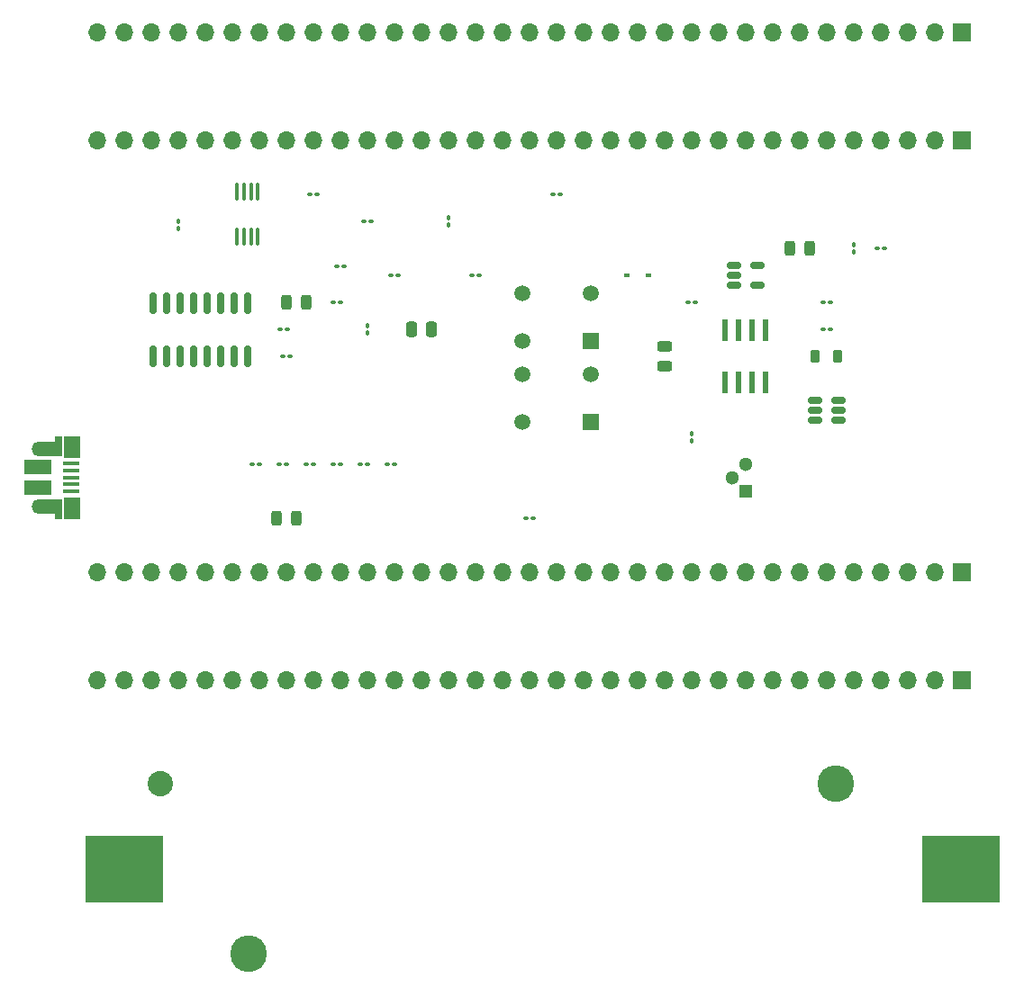
<source format=gbr>
%TF.GenerationSoftware,KiCad,Pcbnew,(6.0.2)*%
%TF.CreationDate,2022-04-13T17:52:14+02:00*%
%TF.ProjectId,main,6d61696e-2e6b-4696-9361-645f70636258,rev?*%
%TF.SameCoordinates,Original*%
%TF.FileFunction,Soldermask,Top*%
%TF.FilePolarity,Negative*%
%FSLAX46Y46*%
G04 Gerber Fmt 4.6, Leading zero omitted, Abs format (unit mm)*
G04 Created by KiCad (PCBNEW (6.0.2)) date 2022-04-13 17:52:14*
%MOMM*%
%LPD*%
G01*
G04 APERTURE LIST*
G04 Aperture macros list*
%AMRoundRect*
0 Rectangle with rounded corners*
0 $1 Rounding radius*
0 $2 $3 $4 $5 $6 $7 $8 $9 X,Y pos of 4 corners*
0 Add a 4 corners polygon primitive as box body*
4,1,4,$2,$3,$4,$5,$6,$7,$8,$9,$2,$3,0*
0 Add four circle primitives for the rounded corners*
1,1,$1+$1,$2,$3*
1,1,$1+$1,$4,$5*
1,1,$1+$1,$6,$7*
1,1,$1+$1,$8,$9*
0 Add four rect primitives between the rounded corners*
20,1,$1+$1,$2,$3,$4,$5,0*
20,1,$1+$1,$4,$5,$6,$7,0*
20,1,$1+$1,$6,$7,$8,$9,0*
20,1,$1+$1,$8,$9,$2,$3,0*%
G04 Aperture macros list end*
%ADD10RoundRect,0.150000X0.150000X-0.850000X0.150000X0.850000X-0.150000X0.850000X-0.150000X-0.850000X0*%
%ADD11RoundRect,0.100000X0.130000X0.100000X-0.130000X0.100000X-0.130000X-0.100000X0.130000X-0.100000X0*%
%ADD12RoundRect,0.100000X0.100000X-0.712500X0.100000X0.712500X-0.100000X0.712500X-0.100000X-0.712500X0*%
%ADD13C,3.450000*%
%ADD14C,2.390000*%
%ADD15R,7.340000X6.350000*%
%ADD16RoundRect,0.100000X-0.100000X0.130000X-0.100000X-0.130000X0.100000X-0.130000X0.100000X0.130000X0*%
%ADD17RoundRect,0.100000X-0.130000X-0.100000X0.130000X-0.100000X0.130000X0.100000X-0.130000X0.100000X0*%
%ADD18RoundRect,0.100000X0.100000X-0.130000X0.100000X0.130000X-0.100000X0.130000X-0.100000X-0.130000X0*%
%ADD19RoundRect,0.243750X0.456250X-0.243750X0.456250X0.243750X-0.456250X0.243750X-0.456250X-0.243750X0*%
%ADD20R,1.700000X1.700000*%
%ADD21O,1.700000X1.700000*%
%ADD22RoundRect,0.243750X-0.243750X-0.456250X0.243750X-0.456250X0.243750X0.456250X-0.243750X0.456250X0*%
%ADD23RoundRect,0.039900X-0.245100X0.945100X-0.245100X-0.945100X0.245100X-0.945100X0.245100X0.945100X0*%
%ADD24R,1.498000X1.498000*%
%ADD25C,1.498000*%
%ADD26R,1.650000X0.400000*%
%ADD27O,1.700000X1.350000*%
%ADD28O,1.500000X1.100000*%
%ADD29R,2.000000X1.350000*%
%ADD30R,0.700000X1.825000*%
%ADD31R,2.500000X1.430000*%
%ADD32R,1.500000X2.000000*%
%ADD33RoundRect,0.250000X-0.250000X-0.475000X0.250000X-0.475000X0.250000X0.475000X-0.250000X0.475000X0*%
%ADD34RoundRect,0.150000X-0.512500X-0.150000X0.512500X-0.150000X0.512500X0.150000X-0.512500X0.150000X0*%
%ADD35R,0.600000X0.450000*%
%ADD36RoundRect,0.218750X0.218750X0.381250X-0.218750X0.381250X-0.218750X-0.381250X0.218750X-0.381250X0*%
%ADD37R,1.300000X1.300000*%
%ADD38C,1.300000*%
G04 APERTURE END LIST*
D10*
%TO.C,FTDI1*%
X124595000Y-81300000D03*
X125865000Y-81300000D03*
X127135000Y-81300000D03*
X128405000Y-81300000D03*
X129675000Y-81300000D03*
X130945000Y-81300000D03*
X132215000Y-81300000D03*
X133485000Y-81300000D03*
X133485000Y-76300000D03*
X132215000Y-76300000D03*
X130945000Y-76300000D03*
X129675000Y-76300000D03*
X128405000Y-76300000D03*
X127135000Y-76300000D03*
X125865000Y-76300000D03*
X124595000Y-76300000D03*
%TD*%
D11*
%TO.C,LDR1*%
X160340000Y-96520000D03*
X159700000Y-96520000D03*
%TD*%
D12*
%TO.C,TempSensor1*%
X132525000Y-70002500D03*
X133175000Y-70002500D03*
X133825000Y-70002500D03*
X134475000Y-70002500D03*
X134475000Y-65777500D03*
X133825000Y-65777500D03*
X133175000Y-65777500D03*
X132525000Y-65777500D03*
%TD*%
D13*
%TO.C,BT1*%
X133650000Y-137540000D03*
D14*
X125320000Y-121540000D03*
D13*
X188850000Y-121540000D03*
D15*
X121920000Y-129540000D03*
X200580000Y-129540000D03*
%TD*%
D16*
%TO.C,R5*%
X190500000Y-70800000D03*
X190500000Y-71440000D03*
%TD*%
D17*
%TO.C,R17*%
X136610000Y-78740000D03*
X137250000Y-78740000D03*
%TD*%
D18*
%TO.C,R7*%
X152400000Y-68900000D03*
X152400000Y-68260000D03*
%TD*%
D17*
%TO.C,R1*%
X187640000Y-76200000D03*
X188280000Y-76200000D03*
%TD*%
D19*
%TO.C,D1*%
X172720000Y-82217500D03*
X172720000Y-80342500D03*
%TD*%
D17*
%TO.C,R14*%
X146655000Y-91440000D03*
X147295000Y-91440000D03*
%TD*%
D18*
%TO.C,R4*%
X175260000Y-89220000D03*
X175260000Y-88580000D03*
%TD*%
D20*
%TO.C,J2*%
X200660000Y-60960000D03*
D21*
X198120000Y-60960000D03*
X195580000Y-60960000D03*
X193040000Y-60960000D03*
X190500000Y-60960000D03*
X187960000Y-60960000D03*
X185420000Y-60960000D03*
X182880000Y-60960000D03*
X180340000Y-60960000D03*
X177800000Y-60960000D03*
X175260000Y-60960000D03*
X172720000Y-60960000D03*
X170180000Y-60960000D03*
X167640000Y-60960000D03*
X165100000Y-60960000D03*
X162560000Y-60960000D03*
X160020000Y-60960000D03*
X157480000Y-60960000D03*
X154940000Y-60960000D03*
X152400000Y-60960000D03*
X149860000Y-60960000D03*
X147320000Y-60960000D03*
X144780000Y-60960000D03*
X142240000Y-60960000D03*
X139700000Y-60960000D03*
X137160000Y-60960000D03*
X134620000Y-60960000D03*
X132080000Y-60960000D03*
X129540000Y-60960000D03*
X127000000Y-60960000D03*
X124460000Y-60960000D03*
X121920000Y-60960000D03*
X119380000Y-60960000D03*
%TD*%
D17*
%TO.C,R19*%
X133955000Y-91440000D03*
X134595000Y-91440000D03*
%TD*%
D22*
%TO.C,D4*%
X136222500Y-96520000D03*
X138097500Y-96520000D03*
%TD*%
D17*
%TO.C,R6*%
X154620000Y-73660000D03*
X155260000Y-73660000D03*
%TD*%
D18*
%TO.C,C3*%
X144780000Y-79060000D03*
X144780000Y-78420000D03*
%TD*%
D11*
%TO.C,R3*%
X175580000Y-76200000D03*
X174940000Y-76200000D03*
%TD*%
D17*
%TO.C,R20*%
X136495000Y-91440000D03*
X137135000Y-91440000D03*
%TD*%
D23*
%TO.C,EEPROM1*%
X182245000Y-78805000D03*
X180975000Y-78805000D03*
X179705000Y-78805000D03*
X178435000Y-78805000D03*
X178435000Y-83755000D03*
X179705000Y-83755000D03*
X180975000Y-83755000D03*
X182245000Y-83755000D03*
%TD*%
D24*
%TO.C,SW2*%
X165810000Y-87495000D03*
D25*
X159310000Y-87495000D03*
X165810000Y-82995000D03*
X159310000Y-82995000D03*
%TD*%
D26*
%TO.C,J5*%
X116935000Y-91415000D03*
X116935000Y-92065000D03*
X116935000Y-92715000D03*
X116935000Y-93365000D03*
X116935000Y-94015000D03*
D27*
X114055000Y-89985000D03*
D28*
X117055000Y-95135000D03*
D27*
X114055000Y-95445000D03*
D28*
X117055000Y-90295000D03*
D29*
X114985000Y-89985000D03*
D30*
X115735000Y-95715000D03*
D31*
X113785000Y-93675000D03*
X113785000Y-91755000D03*
D29*
X114985000Y-95465000D03*
D32*
X117035000Y-89865000D03*
D30*
X115735000Y-89765000D03*
D32*
X117055000Y-95615000D03*
%TD*%
D17*
%TO.C,R9*%
X139380000Y-66040000D03*
X140020000Y-66040000D03*
%TD*%
D33*
%TO.C,C2*%
X148910000Y-78740000D03*
X150810000Y-78740000D03*
%TD*%
D20*
%TO.C,J1*%
X200660000Y-50800000D03*
D21*
X198120000Y-50800000D03*
X195580000Y-50800000D03*
X193040000Y-50800000D03*
X190500000Y-50800000D03*
X187960000Y-50800000D03*
X185420000Y-50800000D03*
X182880000Y-50800000D03*
X180340000Y-50800000D03*
X177800000Y-50800000D03*
X175260000Y-50800000D03*
X172720000Y-50800000D03*
X170180000Y-50800000D03*
X167640000Y-50800000D03*
X165100000Y-50800000D03*
X162560000Y-50800000D03*
X160020000Y-50800000D03*
X157480000Y-50800000D03*
X154940000Y-50800000D03*
X152400000Y-50800000D03*
X149860000Y-50800000D03*
X147320000Y-50800000D03*
X144780000Y-50800000D03*
X142240000Y-50800000D03*
X139700000Y-50800000D03*
X137160000Y-50800000D03*
X134620000Y-50800000D03*
X132080000Y-50800000D03*
X129540000Y-50800000D03*
X127000000Y-50800000D03*
X124460000Y-50800000D03*
X121920000Y-50800000D03*
X119380000Y-50800000D03*
%TD*%
D11*
%TO.C,R10*%
X142560000Y-72870000D03*
X141920000Y-72870000D03*
%TD*%
D17*
%TO.C,LDR2*%
X162240000Y-66040000D03*
X162880000Y-66040000D03*
%TD*%
D24*
%TO.C,SW1*%
X165810000Y-79875000D03*
D25*
X159310000Y-79875000D03*
X165810000Y-75375000D03*
X159310000Y-75375000D03*
%TD*%
D34*
%TO.C,U1*%
X179202500Y-72710000D03*
X179202500Y-73660000D03*
X179202500Y-74610000D03*
X181477500Y-74610000D03*
X181477500Y-72710000D03*
%TD*%
D11*
%TO.C,R2*%
X188280000Y-78740000D03*
X187640000Y-78740000D03*
%TD*%
D20*
%TO.C,J4*%
X200660000Y-111760000D03*
D21*
X198120000Y-111760000D03*
X195580000Y-111760000D03*
X193040000Y-111760000D03*
X190500000Y-111760000D03*
X187960000Y-111760000D03*
X185420000Y-111760000D03*
X182880000Y-111760000D03*
X180340000Y-111760000D03*
X177800000Y-111760000D03*
X175260000Y-111760000D03*
X172720000Y-111760000D03*
X170180000Y-111760000D03*
X167640000Y-111760000D03*
X165100000Y-111760000D03*
X162560000Y-111760000D03*
X160020000Y-111760000D03*
X157480000Y-111760000D03*
X154940000Y-111760000D03*
X152400000Y-111760000D03*
X149860000Y-111760000D03*
X147320000Y-111760000D03*
X144780000Y-111760000D03*
X142240000Y-111760000D03*
X139700000Y-111760000D03*
X137160000Y-111760000D03*
X134620000Y-111760000D03*
X132080000Y-111760000D03*
X129540000Y-111760000D03*
X127000000Y-111760000D03*
X124460000Y-111760000D03*
X121920000Y-111760000D03*
X119380000Y-111760000D03*
%TD*%
D11*
%TO.C,R11*%
X145100000Y-68580000D03*
X144460000Y-68580000D03*
%TD*%
D34*
%TO.C,U2*%
X186822500Y-85410000D03*
X186822500Y-86360000D03*
X186822500Y-87310000D03*
X189097500Y-87310000D03*
X189097500Y-86360000D03*
X189097500Y-85410000D03*
%TD*%
D35*
%TO.C,D3*%
X169130000Y-73660000D03*
X171230000Y-73660000D03*
%TD*%
D17*
%TO.C,C1*%
X192720000Y-71120000D03*
X193360000Y-71120000D03*
%TD*%
%TO.C,C4*%
X141575000Y-91440000D03*
X142215000Y-91440000D03*
%TD*%
D20*
%TO.C,J3*%
X200660000Y-101600000D03*
D21*
X198120000Y-101600000D03*
X195580000Y-101600000D03*
X193040000Y-101600000D03*
X190500000Y-101600000D03*
X187960000Y-101600000D03*
X185420000Y-101600000D03*
X182880000Y-101600000D03*
X180340000Y-101600000D03*
X177800000Y-101600000D03*
X175260000Y-101600000D03*
X172720000Y-101600000D03*
X170180000Y-101600000D03*
X167640000Y-101600000D03*
X165100000Y-101600000D03*
X162560000Y-101600000D03*
X160020000Y-101600000D03*
X157480000Y-101600000D03*
X154940000Y-101600000D03*
X152400000Y-101600000D03*
X149860000Y-101600000D03*
X147320000Y-101600000D03*
X144780000Y-101600000D03*
X142240000Y-101600000D03*
X139700000Y-101600000D03*
X137160000Y-101600000D03*
X134620000Y-101600000D03*
X132080000Y-101600000D03*
X129540000Y-101600000D03*
X127000000Y-101600000D03*
X124460000Y-101600000D03*
X121920000Y-101600000D03*
X119380000Y-101600000D03*
%TD*%
D22*
%TO.C,LED1*%
X137160000Y-76200000D03*
X139035000Y-76200000D03*
%TD*%
D17*
%TO.C,R15*%
X139035000Y-91440000D03*
X139675000Y-91440000D03*
%TD*%
%TO.C,R13*%
X141600000Y-76200000D03*
X142240000Y-76200000D03*
%TD*%
%TO.C,R16*%
X136840000Y-81280000D03*
X137480000Y-81280000D03*
%TD*%
D22*
%TO.C,D2*%
X184482500Y-71120000D03*
X186357500Y-71120000D03*
%TD*%
D17*
%TO.C,R8*%
X147000000Y-73660000D03*
X147640000Y-73660000D03*
%TD*%
D36*
%TO.C,L1*%
X189022500Y-81280000D03*
X186897500Y-81280000D03*
%TD*%
D17*
%TO.C,R18*%
X144115000Y-91440000D03*
X144755000Y-91440000D03*
%TD*%
D37*
%TO.C,Q1*%
X180340000Y-93980000D03*
D38*
X179070000Y-92710000D03*
X180340000Y-91440000D03*
%TD*%
D16*
%TO.C,R12*%
X127000000Y-68605000D03*
X127000000Y-69245000D03*
%TD*%
M02*

</source>
